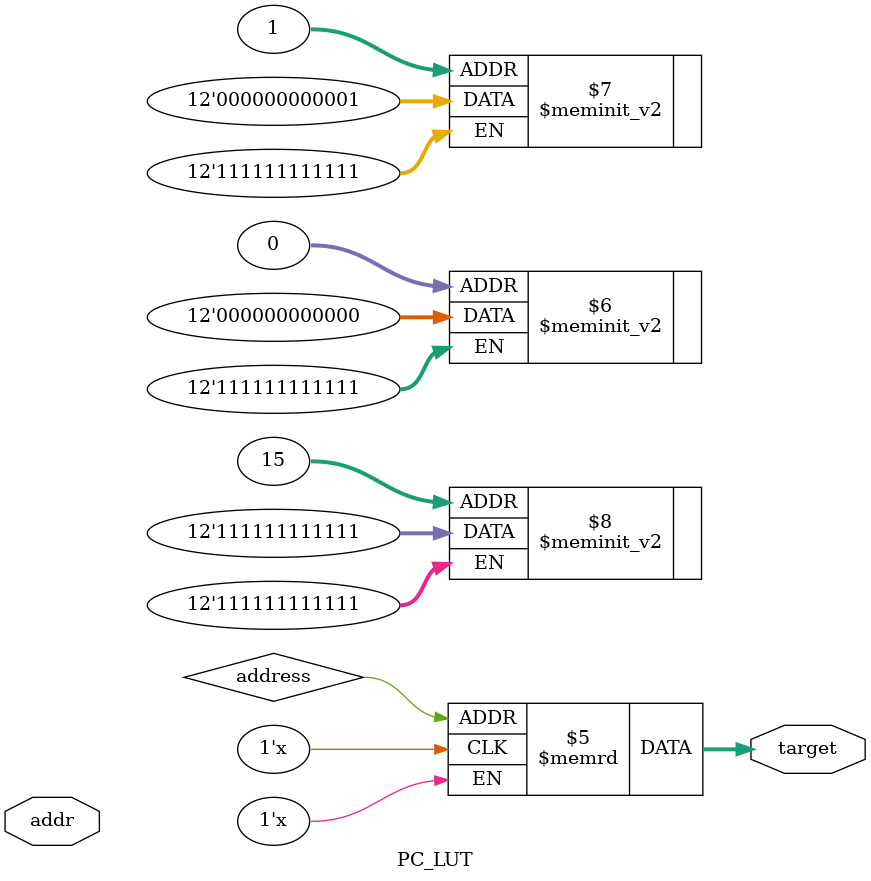
<source format=sv>
module PC_LUT #(parameter D=12)(
  input       [3:0] addr,	   
  output logic [D-1:0] target);

  logic [D-1:0] lut [0:15];

  initial begin
    lut[0] = 12'b000000000000;
    lut[1] = 12'b000000000001;
    // ...
    lut[15] = 12'b111111111111;
  end

  always_comb begin
    target = lut[address];
  end

endmodule

/*

	   pc = 4    0000_0000_0100	  4
	             1111_1111_1111	 -1

                 0000_0000_0011   3

				 (a+b)%(2**12)


   	  1111_1111_1011      -5
      0000_0001_0100     +20
	  1111_1111_1111      -1
	  0000_0000_0000     + 0


  */

</source>
